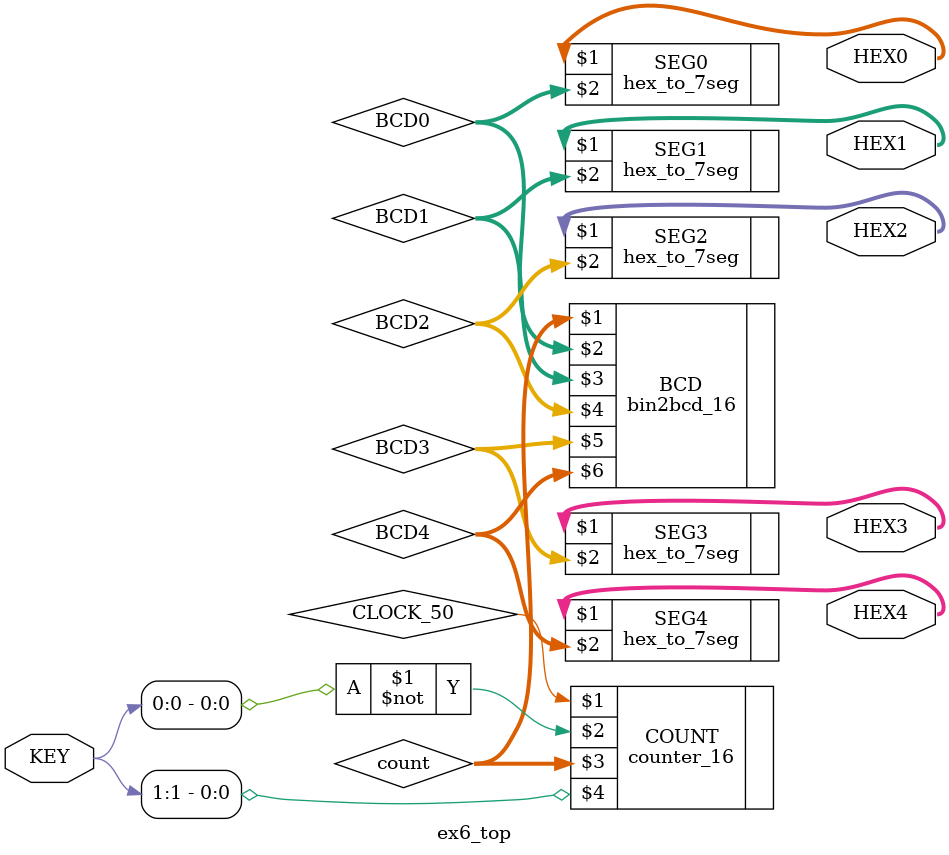
<source format=v>
module ex6_top (
	KEY,
	HEX0,
	HEX1,
	HEX2,
	HEX3,
	HEX4
);


	input	[1:0] KEY; //LOW ACTIVE!!

	output	[6:0]HEX0;
	output	[6:0]HEX1;
	output	[6:0]HEX2;
	output	[6:0]HEX3;
	output	[6:0]HEX4;
	
	wire	[15:0] count;
	wire 	[3:0]	BCD0;
	wire	[3:0]	BCD1;
	wire	[3:0]	BCD2;
	wire	[3:0]	BCD3;
	wire	[3:0]	BCD4;
	
	counter_16 		COUNT (CLOCK_50, ~KEY[0], count, KEY[1]);
	
	bin2bcd_16		BCD (count, BCD0, BCD1, BCD2, BCD3, BCD4);
	
	hex_to_7seg 	SEG0 (HEX0, BCD0);
	hex_to_7seg 	SEG1 (HEX1, BCD1);
	hex_to_7seg 	SEG2 (HEX2, BCD2);
	hex_to_7seg 	SEG3 (HEX3, BCD3);
	hex_to_7seg 	SEG4 (HEX4, BCD4);
	
endmodule 
</source>
